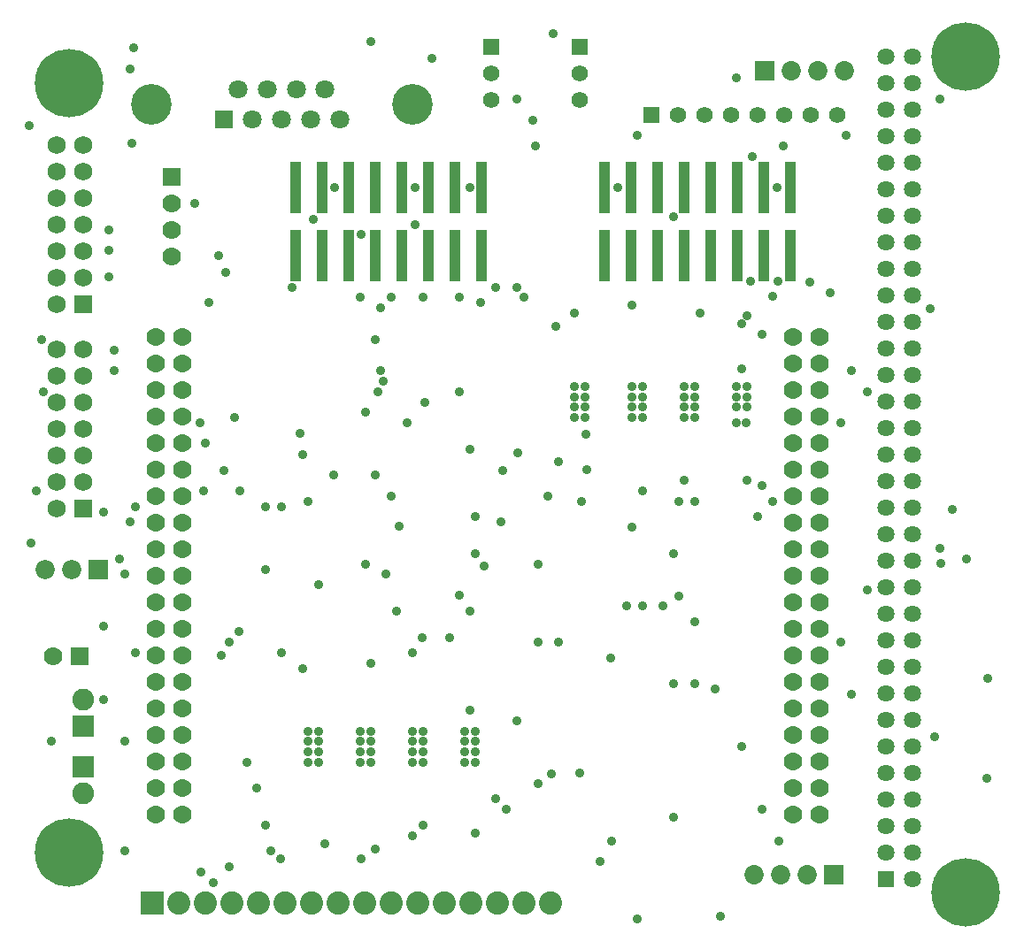
<source format=gts>
%TF.GenerationSoftware,Altium Limited,Altium Designer,23.1.1 (15)*%
G04 Layer_Color=8388736*
%FSLAX25Y25*%
%MOIN*%
%TF.SameCoordinates,FA324DF6-1FC1-44E6-B842-7DB02DEBFDBB*%
%TF.FilePolarity,Negative*%
%TF.FileFunction,Soldermask,Top*%
%TF.Part,Single*%
G01*
G75*
%TA.AperFunction,ComponentPad*%
%ADD29R,0.07244X0.07244*%
%ADD30C,0.07244*%
%ADD31R,0.06181X0.06181*%
%ADD32C,0.06181*%
%ADD37R,0.06181X0.06181*%
%TA.AperFunction,SMDPad,CuDef*%
%ADD81R,0.04304X0.19698*%
%TA.AperFunction,ComponentPad*%
%ADD82C,0.15288*%
%ADD83R,0.07099X0.07099*%
%ADD84C,0.07099*%
%ADD85R,0.07001X0.07001*%
%ADD86C,0.07001*%
%ADD87R,0.06902X0.06902*%
%ADD88C,0.06902*%
%ADD89R,0.08772X0.08772*%
%ADD90C,0.08772*%
%ADD91C,0.07296*%
%ADD92R,0.07296X0.07296*%
%ADD93R,0.07001X0.07001*%
%ADD94C,0.06410*%
%ADD95R,0.06410X0.06410*%
%ADD96R,0.08182X0.08182*%
%ADD97C,0.08182*%
%ADD98C,0.06981*%
%TA.AperFunction,WasherPad*%
%ADD99C,0.25800*%
%TA.AperFunction,ViaPad*%
%ADD100C,0.03556*%
D29*
X-346457Y141732D02*
D03*
D30*
X-356457D02*
D03*
X-366457D02*
D03*
D31*
X-165354Y338740D02*
D03*
X-198524D02*
D03*
D32*
X-165354Y328740D02*
D03*
Y318740D02*
D03*
X-198524Y328740D02*
D03*
Y318740D02*
D03*
X-68425Y312992D02*
D03*
X-78425D02*
D03*
X-88425D02*
D03*
X-98425D02*
D03*
X-108425D02*
D03*
X-118425D02*
D03*
X-128425D02*
D03*
D37*
X-138425D02*
D03*
D81*
X-85827Y285433D02*
D03*
Y259842D02*
D03*
X-95827Y285433D02*
D03*
Y259842D02*
D03*
X-105827Y285433D02*
D03*
Y259842D02*
D03*
X-115827Y285433D02*
D03*
Y259842D02*
D03*
X-125827Y285433D02*
D03*
Y259842D02*
D03*
X-135827Y285433D02*
D03*
Y259842D02*
D03*
X-145827Y285433D02*
D03*
Y259842D02*
D03*
X-155827Y285433D02*
D03*
Y259842D02*
D03*
X-202284Y285433D02*
D03*
Y259842D02*
D03*
X-212283Y285433D02*
D03*
Y259842D02*
D03*
X-222284Y285433D02*
D03*
Y259842D02*
D03*
X-232283Y285433D02*
D03*
Y259842D02*
D03*
X-242284Y285433D02*
D03*
Y259842D02*
D03*
X-252284Y285433D02*
D03*
Y259842D02*
D03*
X-262283Y285433D02*
D03*
Y259842D02*
D03*
X-272284Y285433D02*
D03*
Y259842D02*
D03*
D82*
X-326772Y316929D02*
D03*
X-228346D02*
D03*
D83*
X-299370Y311339D02*
D03*
D84*
X-255748D02*
D03*
X-266653D02*
D03*
X-277559D02*
D03*
X-288465D02*
D03*
X-261201Y322520D02*
D03*
X-272106D02*
D03*
X-283012D02*
D03*
X-293917D02*
D03*
D85*
X-318898Y289528D02*
D03*
D86*
Y279528D02*
D03*
Y269528D02*
D03*
Y259528D02*
D03*
X-363650Y108798D02*
D03*
D87*
X-352205Y241653D02*
D03*
Y164724D02*
D03*
D88*
Y251654D02*
D03*
Y261653D02*
D03*
Y271654D02*
D03*
Y281653D02*
D03*
Y291653D02*
D03*
Y301654D02*
D03*
X-362205Y241653D02*
D03*
Y251654D02*
D03*
Y261653D02*
D03*
Y271654D02*
D03*
Y281653D02*
D03*
Y291653D02*
D03*
Y301654D02*
D03*
X-352205Y174724D02*
D03*
Y184724D02*
D03*
Y194724D02*
D03*
Y204724D02*
D03*
Y214724D02*
D03*
Y224724D02*
D03*
X-362205Y164724D02*
D03*
Y174724D02*
D03*
Y184724D02*
D03*
Y194724D02*
D03*
Y204724D02*
D03*
Y214724D02*
D03*
Y224724D02*
D03*
D89*
X-326378Y15748D02*
D03*
D90*
X-316378D02*
D03*
X-306378D02*
D03*
X-296378D02*
D03*
X-286378D02*
D03*
X-276378D02*
D03*
X-266378D02*
D03*
X-256378D02*
D03*
X-246378D02*
D03*
X-236378D02*
D03*
X-226378D02*
D03*
X-216378D02*
D03*
X-206378D02*
D03*
X-196378D02*
D03*
X-186378D02*
D03*
X-176378D02*
D03*
D91*
X-65709Y329646D02*
D03*
X-75709D02*
D03*
X-85709D02*
D03*
X-79646Y26654D02*
D03*
X-89646D02*
D03*
X-99646D02*
D03*
D92*
X-95709Y329646D02*
D03*
X-69646Y26654D02*
D03*
D93*
X-353650Y108798D02*
D03*
D94*
X-40000Y335000D02*
D03*
Y325000D02*
D03*
Y315000D02*
D03*
Y305000D02*
D03*
Y295000D02*
D03*
Y285000D02*
D03*
Y275000D02*
D03*
Y265000D02*
D03*
Y255000D02*
D03*
Y245000D02*
D03*
Y235000D02*
D03*
Y225000D02*
D03*
Y215000D02*
D03*
Y205000D02*
D03*
Y195000D02*
D03*
Y185000D02*
D03*
Y175000D02*
D03*
Y165000D02*
D03*
Y155000D02*
D03*
Y145000D02*
D03*
Y135000D02*
D03*
Y125000D02*
D03*
Y115000D02*
D03*
Y105000D02*
D03*
Y95000D02*
D03*
Y85000D02*
D03*
Y75000D02*
D03*
Y65000D02*
D03*
Y55000D02*
D03*
Y45000D02*
D03*
Y35000D02*
D03*
Y25000D02*
D03*
X-50000Y335000D02*
D03*
Y325000D02*
D03*
Y315000D02*
D03*
Y305000D02*
D03*
Y295000D02*
D03*
Y285000D02*
D03*
Y275000D02*
D03*
Y265000D02*
D03*
Y255000D02*
D03*
Y245000D02*
D03*
Y235000D02*
D03*
Y225000D02*
D03*
Y215000D02*
D03*
Y205000D02*
D03*
Y195000D02*
D03*
Y185000D02*
D03*
Y175000D02*
D03*
Y165000D02*
D03*
Y155000D02*
D03*
Y145000D02*
D03*
Y135000D02*
D03*
Y125000D02*
D03*
Y115000D02*
D03*
Y105000D02*
D03*
Y95000D02*
D03*
Y85000D02*
D03*
Y75000D02*
D03*
Y65000D02*
D03*
Y55000D02*
D03*
Y45000D02*
D03*
Y35000D02*
D03*
D95*
Y25000D02*
D03*
D96*
X-352362Y67087D02*
D03*
Y82677D02*
D03*
D97*
Y57087D02*
D03*
Y92677D02*
D03*
D98*
X-74803Y49213D02*
D03*
X-84803D02*
D03*
X-74803Y59213D02*
D03*
X-84803D02*
D03*
X-74803Y69213D02*
D03*
X-84803D02*
D03*
X-74803Y79213D02*
D03*
X-84803D02*
D03*
X-74803Y89213D02*
D03*
X-84803D02*
D03*
X-74803Y99213D02*
D03*
X-84803D02*
D03*
X-74803Y109213D02*
D03*
X-84803D02*
D03*
X-74803Y119213D02*
D03*
X-84803D02*
D03*
X-74803Y129213D02*
D03*
X-84803D02*
D03*
X-74803Y139213D02*
D03*
X-84803D02*
D03*
X-74803Y149213D02*
D03*
X-84803D02*
D03*
X-74803Y159213D02*
D03*
X-84803D02*
D03*
X-74803Y169213D02*
D03*
X-84803D02*
D03*
X-74803Y179213D02*
D03*
X-84803D02*
D03*
X-74803Y189213D02*
D03*
X-84803D02*
D03*
X-74803Y199213D02*
D03*
X-84803D02*
D03*
X-74803Y209213D02*
D03*
X-84803D02*
D03*
X-74803Y219213D02*
D03*
X-84803D02*
D03*
X-74803Y229213D02*
D03*
X-84803D02*
D03*
X-314803Y49213D02*
D03*
X-324803D02*
D03*
X-314803Y59213D02*
D03*
X-324803D02*
D03*
X-314803Y69213D02*
D03*
X-324803D02*
D03*
X-314803Y79213D02*
D03*
X-324803D02*
D03*
X-314803Y89213D02*
D03*
X-324803D02*
D03*
X-314803Y99213D02*
D03*
X-324803D02*
D03*
X-314803Y109213D02*
D03*
X-324803D02*
D03*
X-314803Y119213D02*
D03*
X-324803D02*
D03*
X-314803Y129213D02*
D03*
X-324803D02*
D03*
X-314803Y139213D02*
D03*
X-324803D02*
D03*
X-314803Y149213D02*
D03*
X-324803D02*
D03*
X-314803Y159213D02*
D03*
X-324803D02*
D03*
X-314803Y169213D02*
D03*
X-324803D02*
D03*
X-314803Y179213D02*
D03*
X-324803D02*
D03*
X-314803Y189213D02*
D03*
X-324803D02*
D03*
X-314803Y199213D02*
D03*
X-324803D02*
D03*
X-314803Y209213D02*
D03*
X-324803D02*
D03*
X-314803Y219213D02*
D03*
X-324803D02*
D03*
X-314803Y229213D02*
D03*
X-324803D02*
D03*
D99*
X-20000Y335000D02*
D03*
Y20000D02*
D03*
X-357520Y35000D02*
D03*
Y325000D02*
D03*
D100*
X-333849Y302140D02*
D03*
X-333125Y338195D02*
D03*
X-334696Y330209D02*
D03*
X-220995Y334296D02*
D03*
X-128000Y131628D02*
D03*
X-141732Y127953D02*
D03*
X-147638D02*
D03*
X-133858D02*
D03*
X-310134Y279613D02*
D03*
X-298608Y253689D02*
D03*
X-129921Y147638D02*
D03*
X-206693Y125984D02*
D03*
X-66929Y114173D02*
D03*
X-96457Y51181D02*
D03*
X-29179Y143966D02*
D03*
X-19685Y145669D02*
D03*
X-236232Y244094D02*
D03*
X-236221Y169291D02*
D03*
X-233431Y157754D02*
D03*
X-293307Y171260D02*
D03*
X-283465Y165354D02*
D03*
X-307996Y27559D02*
D03*
X-204724Y147638D02*
D03*
X-201444Y142933D02*
D03*
X-194882Y159449D02*
D03*
X-204724Y161417D02*
D03*
X-194414Y178796D02*
D03*
X-210630Y131890D02*
D03*
X-227172Y271433D02*
D03*
X-247540Y268071D02*
D03*
X-257473Y285501D02*
D03*
X-227409D02*
D03*
X-206693Y285433D02*
D03*
X-336614Y35433D02*
D03*
X-364173Y76772D02*
D03*
X-344488Y120079D02*
D03*
X-176027Y64581D02*
D03*
X-129912Y274531D02*
D03*
X-150827Y285433D02*
D03*
X-90827D02*
D03*
X-223500Y204724D02*
D03*
X-224476Y116075D02*
D03*
X-181997Y301181D02*
D03*
X-186133Y244094D02*
D03*
X-88583Y301181D02*
D03*
X-100394Y297244D02*
D03*
X-174241Y233297D02*
D03*
X-183071Y311024D02*
D03*
X-100937Y250302D02*
D03*
X-188976Y248031D02*
D03*
X-145669Y241216D02*
D03*
X-265748Y273622D02*
D03*
X-210630Y244094D02*
D03*
X-273654Y248016D02*
D03*
X-248031Y244094D02*
D03*
X-240158Y240158D02*
D03*
X-202756Y242126D02*
D03*
X-224410Y244094D02*
D03*
X-24945Y164366D02*
D03*
X-11613Y100728D02*
D03*
X-11811Y62992D02*
D03*
X-31496Y78740D02*
D03*
X-33346Y239930D02*
D03*
X-57087Y208661D02*
D03*
X-372659Y308926D02*
D03*
X-175197Y343547D02*
D03*
X-368081Y228346D02*
D03*
X-370079Y171260D02*
D03*
X-367201Y208661D02*
D03*
X-106299Y326772D02*
D03*
X-372047Y151575D02*
D03*
X-308364Y196850D02*
D03*
X-306364Y189340D02*
D03*
X-299213Y178796D02*
D03*
X-173422Y182084D02*
D03*
X-188658Y185584D02*
D03*
X-167323Y198819D02*
D03*
Y202756D02*
D03*
Y206693D02*
D03*
Y210630D02*
D03*
X-122047Y198819D02*
D03*
Y202756D02*
D03*
X-125984Y198819D02*
D03*
Y175197D02*
D03*
X-162476Y179134D02*
D03*
X-102362Y175197D02*
D03*
X-177165Y169291D02*
D03*
X-127953Y167323D02*
D03*
X-122047Y122047D02*
D03*
X-238189Y139764D02*
D03*
X-307087Y171260D02*
D03*
X-342520Y261811D02*
D03*
X-344488Y163386D02*
D03*
X-334646Y159449D02*
D03*
X-332677Y110236D02*
D03*
X-29528Y318898D02*
D03*
Y149606D02*
D03*
X-57087Y133858D02*
D03*
X-173228Y114173D02*
D03*
X-122047Y98425D02*
D03*
X-129921D02*
D03*
X-181102Y143701D02*
D03*
X-164476Y167323D02*
D03*
X-277559Y165354D02*
D03*
X-301181Y259839D02*
D03*
X-342520Y269685D02*
D03*
X-257874Y177165D02*
D03*
X-263779Y135827D02*
D03*
X-277559Y110236D02*
D03*
X-283465Y45276D02*
D03*
X-287116Y59374D02*
D03*
X-290478Y69054D02*
D03*
X-293457Y118164D02*
D03*
X-300377Y109130D02*
D03*
X-303255Y23622D02*
D03*
X-297244Y114173D02*
D03*
Y29528D02*
D03*
X-241130Y208661D02*
D03*
X-239130Y212598D02*
D03*
X-214343Y115995D02*
D03*
X-228346Y110236D02*
D03*
X-90204Y39252D02*
D03*
X-98425Y161417D02*
D03*
X-145669Y157480D02*
D03*
X-234186Y125918D02*
D03*
X-277801Y32555D02*
D03*
X-247525Y32585D02*
D03*
X-261372Y38265D02*
D03*
X-281496Y35433D02*
D03*
X-263779Y68898D02*
D03*
X-228346Y41339D02*
D03*
X-224410Y45276D02*
D03*
X-230382Y196916D02*
D03*
X-188976Y84646D02*
D03*
X-336614Y139764D02*
D03*
X-338457Y145669D02*
D03*
X-344488Y92520D02*
D03*
X-196850Y248031D02*
D03*
X-206693Y187008D02*
D03*
X-188976Y318898D02*
D03*
X-162833Y192446D02*
D03*
X-244094Y340551D02*
D03*
X-141732Y202756D02*
D03*
Y198819D02*
D03*
X-145669Y206693D02*
D03*
Y202756D02*
D03*
Y198819D02*
D03*
X-141732Y210630D02*
D03*
X-145669D02*
D03*
X-141732Y206693D02*
D03*
X-210630Y208661D02*
D03*
X-342520Y251969D02*
D03*
X-340520Y224410D02*
D03*
Y216535D02*
D03*
X-336614Y76772D02*
D03*
X-181102Y114173D02*
D03*
Y61024D02*
D03*
X-267717Y68898D02*
D03*
X-228346D02*
D03*
X-106299Y197000D02*
D03*
X-102628D02*
D03*
X-106299Y202756D02*
D03*
X-102362D02*
D03*
X-240158Y216535D02*
D03*
X-242126Y177165D02*
D03*
X-96457Y173228D02*
D03*
X-64961Y305118D02*
D03*
X-62992Y216535D02*
D03*
X-66929Y196850D02*
D03*
X-143701Y305118D02*
D03*
X-332677Y165354D02*
D03*
X-104395Y234153D02*
D03*
X-102362Y237311D02*
D03*
X-92520Y244429D02*
D03*
X-90551Y250078D02*
D03*
X-120079Y238189D02*
D03*
X-167323D02*
D03*
X-78740Y250000D02*
D03*
X-70866Y246063D02*
D03*
X-92520Y167323D02*
D03*
X-122047D02*
D03*
X-96457Y230315D02*
D03*
X-141732Y171260D02*
D03*
X-112205Y11024D02*
D03*
X-62992Y94488D02*
D03*
X-114173Y96457D02*
D03*
X-153543Y108268D02*
D03*
X-153445Y39370D02*
D03*
X-157480Y31496D02*
D03*
X-143701Y9843D02*
D03*
X-192913Y51181D02*
D03*
X-206693Y88583D02*
D03*
X-196850Y55118D02*
D03*
X-269685Y104331D02*
D03*
X-244094Y106299D02*
D03*
X-246063Y143701D02*
D03*
X-242126Y36342D02*
D03*
X-270595Y192913D02*
D03*
X-269685Y185039D02*
D03*
X-246063Y200787D02*
D03*
X-267717Y167323D02*
D03*
X-305118Y242126D02*
D03*
X-242126Y228346D02*
D03*
X-295276Y198819D02*
D03*
X-283465Y141732D02*
D03*
X-204724Y42323D02*
D03*
X-104245Y217087D02*
D03*
X-102362Y210630D02*
D03*
Y206693D02*
D03*
X-106299D02*
D03*
Y210630D02*
D03*
X-125984D02*
D03*
Y206693D02*
D03*
Y202756D02*
D03*
X-122047Y206693D02*
D03*
Y210630D02*
D03*
X-163386Y198819D02*
D03*
Y202756D02*
D03*
Y206693D02*
D03*
Y210630D02*
D03*
X-267717Y72835D02*
D03*
Y76772D02*
D03*
Y80709D02*
D03*
X-263779D02*
D03*
Y76772D02*
D03*
Y72835D02*
D03*
X-244094Y68898D02*
D03*
Y72835D02*
D03*
Y76772D02*
D03*
Y80709D02*
D03*
X-248031D02*
D03*
Y76772D02*
D03*
Y72835D02*
D03*
Y68898D02*
D03*
X-228346Y80709D02*
D03*
Y76772D02*
D03*
Y72835D02*
D03*
X-224410Y80709D02*
D03*
Y76772D02*
D03*
Y72835D02*
D03*
Y68898D02*
D03*
X-208661Y80709D02*
D03*
X-204724D02*
D03*
X-208661Y76772D02*
D03*
X-204724D02*
D03*
X-208661Y72835D02*
D03*
X-204724D02*
D03*
X-208661Y68898D02*
D03*
X-204724D02*
D03*
X-165354Y64961D02*
D03*
X-129921Y48228D02*
D03*
X-104331Y74803D02*
D03*
%TF.MD5,8ab560679e9bca3e3d2f57261d24eff7*%
M02*

</source>
